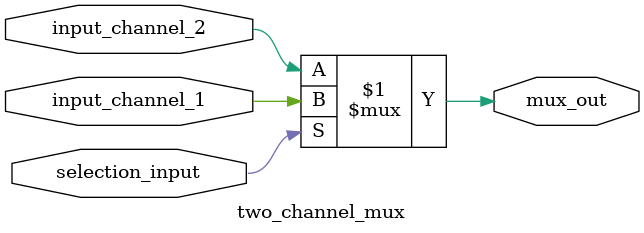
<source format=v>

module two_channel_mux
   (
      // List Mux Input Channels
      input_channel_1,
      input_channel_2,

      // List Selection Input(s)
      selection_input,

      // List Output(s)
      mux_out
      );

	// Define Port(s)
	
	input selection_input;

	input input_channel_1;
	input input_channel_2;

	output mux_out;

	// Define Connection(s)

	assign mux_out = selection_input? input_channel_1: input_channel_2;

endmodule

</source>
